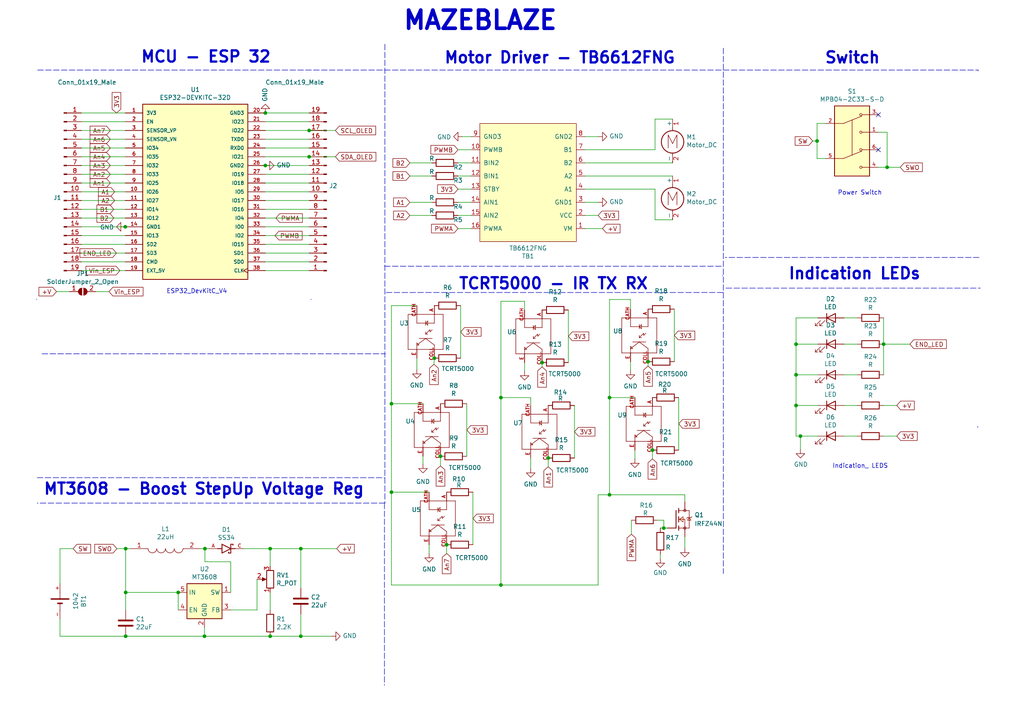
<source format=kicad_sch>
(kicad_sch (version 20211123) (generator eeschema)
  (paper "A4")
  (junction (at 36.449 184.531))
  (junction (at 89.662 37.846))
  (junction (at 51.689 171.831))
  (junction (at 87.249 184.531))
  (junction (at 59.309 184.531))
  (junction (at 176.784 115.316))
  (junction (at 78.359 159.131))
  (junction (at 59.436 159.131))
  (junction (at 76.962 32.766))
  (junction (at 230.886 99.822))
  (junction (at 176.784 143.51))
  (junction (at 236.982 40.894))
  (junction (at 113.538 117.094))
  (junction (at 256.286 99.822))
  (junction (at 127.762 132.334))
  (junction (at 192.532 153.162))
  (junction (at 113.538 142.748))
  (junction (at 189.23 130.556))
  (junction (at 157.226 105.156))
  (junction (at 257.302 48.514))
  (junction (at 230.886 108.712))
  (junction (at 76.962 48.006))
  (junction (at 78.359 184.531))
  (junction (at 145.288 115.316))
  (junction (at 36.322 65.786))
  (junction (at 230.886 117.602))
  (junction (at 89.662 45.466))
  (junction (at 36.449 159.131))
  (junction (at 187.96 104.902))
  (junction (at 36.449 171.831))
  (junction (at 159.004 132.842))
  (junction (at 129.54 157.988))
  (junction (at 232.156 126.492))
  (junction (at 125.984 103.886))
  (junction (at 87.249 159.131))
  (junction (at 145.288 169.672))
  (no_connect (at 254.762 33.274))
  (no_connect (at 254.762 43.434))
  (wire (pts (xy 230.886 117.602) (xy 230.886 126.492)))
  (wire (pts (xy 152.146 87.376) (xy 145.288 87.376)))
  (wire (pts (xy 135.382 117.094) (xy 135.382 132.334)))
  (wire (pts (xy 132.842 47.244) (xy 136.652 47.244)))
  (wire (pts (xy 23.622 45.466) (xy 36.322 45.466)))
  (wire (pts (xy 237.236 108.712) (xy 230.886 108.712)))
  (wire (pts (xy 190.754 150.876) (xy 192.532 150.876)))
  (wire (pts (xy 76.962 40.386) (xy 89.662 40.386)))
  (wire (pts (xy 33.909 159.131) (xy 36.449 159.131)))
  (wire (pts (xy 113.538 169.672) (xy 145.288 169.672)))
  (wire (pts (xy 23.622 75.946) (xy 36.322 75.946)))
  (wire (pts (xy 256.286 99.822) (xy 263.906 99.822)))
  (polyline (pts (xy 210.566 83.566) (xy 284.353 83.566)))
  (wire (pts (xy 174.752 66.294) (xy 169.672 66.294)))
  (wire (pts (xy 261.112 48.514) (xy 257.302 48.514)))
  (wire (pts (xy 157.226 106.426) (xy 157.226 105.156)))
  (wire (pts (xy 256.286 92.202) (xy 256.286 99.822)))
  (wire (pts (xy 257.302 38.354) (xy 257.302 48.514)))
  (wire (pts (xy 118.872 62.484) (xy 125.222 62.484)))
  (wire (pts (xy 166.624 117.602) (xy 166.624 132.842)))
  (wire (pts (xy 78.359 159.131) (xy 87.249 159.131)))
  (wire (pts (xy 51.689 176.911) (xy 51.689 171.831)))
  (wire (pts (xy 184.15 115.316) (xy 176.784 115.316)))
  (polyline (pts (xy 283.591 123.698) (xy 283.591 123.952)))
  (wire (pts (xy 153.924 117.602) (xy 153.924 115.316)))
  (wire (pts (xy 145.288 115.316) (xy 145.288 169.672)))
  (wire (pts (xy 191.516 153.162) (xy 192.532 153.162)))
  (wire (pts (xy 76.962 50.546) (xy 89.662 50.546)))
  (wire (pts (xy 23.622 55.626) (xy 36.322 55.626)))
  (wire (pts (xy 152.146 105.156) (xy 152.146 107.696)))
  (wire (pts (xy 125.857 105.664) (xy 125.984 103.886)))
  (wire (pts (xy 256.286 126.492) (xy 260.096 126.492)))
  (wire (pts (xy 122.682 132.334) (xy 122.682 134.62)))
  (wire (pts (xy 192.532 153.162) (xy 192.532 150.876)))
  (wire (pts (xy 27.813 84.582) (xy 31.623 84.582)))
  (wire (pts (xy 173.482 143.51) (xy 176.784 143.51)))
  (wire (pts (xy 169.672 62.484) (xy 173.482 62.484)))
  (wire (pts (xy 132.842 51.054) (xy 136.652 51.054)))
  (polyline (pts (xy 90.297 86.868) (xy 90.17 86.868)))
  (polyline (pts (xy 209.804 13.97) (xy 209.804 166.37)))
  (wire (pts (xy 189.992 34.544) (xy 195.072 34.544)))
  (wire (pts (xy 132.842 62.484) (xy 136.652 62.484)))
  (wire (pts (xy 23.622 48.006) (xy 36.322 48.006)))
  (wire (pts (xy 113.538 88.646) (xy 113.538 117.094)))
  (wire (pts (xy 196.85 115.316) (xy 196.85 130.556)))
  (wire (pts (xy 237.236 92.202) (xy 230.886 92.202)))
  (wire (pts (xy 23.622 63.246) (xy 36.322 63.246)))
  (wire (pts (xy 76.962 35.306) (xy 89.662 35.306)))
  (wire (pts (xy 195.58 89.662) (xy 195.58 104.902)))
  (wire (pts (xy 182.88 89.662) (xy 182.88 86.868)))
  (wire (pts (xy 23.622 78.486) (xy 36.322 78.486)))
  (polyline (pts (xy 10.795 138.557) (xy 111.633 138.557)))
  (wire (pts (xy 169.672 54.864) (xy 189.992 54.864)))
  (wire (pts (xy 169.672 51.054) (xy 195.072 51.054)))
  (wire (pts (xy 23.622 70.866) (xy 36.322 70.866)))
  (wire (pts (xy 76.962 73.406) (xy 89.662 73.406)))
  (wire (pts (xy 124.46 157.988) (xy 124.46 160.528)))
  (wire (pts (xy 76.962 65.786) (xy 89.662 65.786)))
  (wire (pts (xy 236.982 40.894) (xy 236.982 45.974)))
  (wire (pts (xy 256.286 117.602) (xy 260.096 117.602)))
  (wire (pts (xy 76.962 78.486) (xy 89.662 78.486)))
  (wire (pts (xy 23.622 58.166) (xy 36.322 58.166)))
  (wire (pts (xy 176.784 86.868) (xy 176.784 115.316)))
  (wire (pts (xy 120.904 88.646) (xy 113.538 88.646)))
  (wire (pts (xy 244.856 108.712) (xy 248.666 108.712)))
  (wire (pts (xy 189.992 63.754) (xy 195.072 63.754)))
  (wire (pts (xy 254.762 38.354) (xy 257.302 38.354)))
  (wire (pts (xy 183.134 150.876) (xy 183.134 154.94)))
  (wire (pts (xy 113.538 142.748) (xy 124.46 142.748)))
  (wire (pts (xy 191.516 160.782) (xy 191.516 162.052)))
  (wire (pts (xy 66.929 176.911) (xy 74.549 176.911)))
  (wire (pts (xy 169.672 58.674) (xy 173.482 58.674)))
  (wire (pts (xy 17.399 169.291) (xy 17.399 159.131)))
  (wire (pts (xy 66.929 162.941) (xy 59.436 162.941)))
  (wire (pts (xy 192.532 153.162) (xy 193.548 153.162)))
  (polyline (pts (xy 112.014 84.836) (xy 210.058 84.836)))
  (wire (pts (xy 153.924 115.316) (xy 145.288 115.316)))
  (wire (pts (xy 36.449 184.531) (xy 59.309 184.531)))
  (wire (pts (xy 59.436 159.131) (xy 60.579 159.131)))
  (wire (pts (xy 76.962 48.006) (xy 89.662 48.006)))
  (wire (pts (xy 173.482 169.672) (xy 173.482 143.51)))
  (wire (pts (xy 189.992 54.864) (xy 189.992 63.754)))
  (wire (pts (xy 184.15 130.556) (xy 184.15 133.096)))
  (wire (pts (xy 164.846 89.916) (xy 164.846 105.156)))
  (wire (pts (xy 78.359 164.211) (xy 78.359 159.131)))
  (wire (pts (xy 23.622 40.386) (xy 36.322 40.386)))
  (wire (pts (xy 23.622 42.926) (xy 36.322 42.926)))
  (wire (pts (xy 244.856 126.492) (xy 248.666 126.492)))
  (wire (pts (xy 59.309 181.991) (xy 59.309 184.531)))
  (wire (pts (xy 235.712 40.894) (xy 236.982 40.894)))
  (wire (pts (xy 132.842 54.864) (xy 136.652 54.864)))
  (wire (pts (xy 87.249 184.531) (xy 87.249 178.181)))
  (wire (pts (xy 76.962 45.466) (xy 89.662 45.466)))
  (wire (pts (xy 23.622 35.306) (xy 36.322 35.306)))
  (wire (pts (xy 176.784 115.316) (xy 176.784 143.51)))
  (wire (pts (xy 198.628 155.702) (xy 198.628 159.004)))
  (wire (pts (xy 23.622 60.706) (xy 36.322 60.706)))
  (polyline (pts (xy 12.192 102.616) (xy 111.76 102.616)))
  (wire (pts (xy 244.856 117.602) (xy 248.666 117.602)))
  (wire (pts (xy 169.672 39.624) (xy 173.482 39.624)))
  (wire (pts (xy 113.538 117.094) (xy 113.538 142.748)))
  (wire (pts (xy 239.522 35.814) (xy 236.982 35.814)))
  (wire (pts (xy 76.962 63.246) (xy 89.662 63.246)))
  (wire (pts (xy 236.982 35.814) (xy 236.982 40.894)))
  (wire (pts (xy 230.886 92.202) (xy 230.886 99.822)))
  (polyline (pts (xy 209.55 79.883) (xy 209.55 80.01)))
  (wire (pts (xy 118.872 58.674) (xy 125.222 58.674)))
  (wire (pts (xy 187.96 106.172) (xy 187.96 104.902)))
  (wire (pts (xy 113.538 142.748) (xy 113.538 169.672)))
  (wire (pts (xy 182.88 104.902) (xy 182.88 107.442)))
  (polyline (pts (xy 10.668 86.741) (xy 10.668 86.868)))
  (wire (pts (xy 76.962 53.086) (xy 89.662 53.086)))
  (wire (pts (xy 132.842 43.434) (xy 136.652 43.434)))
  (wire (pts (xy 133.604 88.646) (xy 133.604 103.886)))
  (wire (pts (xy 76.962 42.926) (xy 89.662 42.926)))
  (wire (pts (xy 137.16 142.748) (xy 137.16 157.988)))
  (wire (pts (xy 51.689 171.831) (xy 36.449 171.831)))
  (wire (pts (xy 129.54 160.528) (xy 129.54 157.988)))
  (wire (pts (xy 36.449 171.831) (xy 36.449 176.911)))
  (wire (pts (xy 244.856 99.822) (xy 248.666 99.822)))
  (wire (pts (xy 89.662 32.766) (xy 76.962 32.766)))
  (wire (pts (xy 23.622 37.846) (xy 36.322 37.846)))
  (wire (pts (xy 256.286 99.822) (xy 256.286 108.712)))
  (wire (pts (xy 232.156 126.492) (xy 237.236 126.492)))
  (polyline (pts (xy 10.922 20.32) (xy 283.718 20.32)))
  (wire (pts (xy 145.288 169.672) (xy 173.482 169.672)))
  (wire (pts (xy 78.359 171.831) (xy 78.359 176.911)))
  (wire (pts (xy 127.762 132.334) (xy 127.762 135.128)))
  (wire (pts (xy 244.856 92.202) (xy 248.666 92.202)))
  (wire (pts (xy 59.436 162.941) (xy 59.436 159.131)))
  (wire (pts (xy 74.549 176.911) (xy 74.549 168.021)))
  (wire (pts (xy 89.662 37.846) (xy 97.282 37.846)))
  (wire (pts (xy 176.784 143.51) (xy 198.628 143.51)))
  (wire (pts (xy 152.146 89.916) (xy 152.146 87.376)))
  (wire (pts (xy 17.399 179.451) (xy 17.399 184.531)))
  (polyline (pts (xy 111.506 145.923) (xy 111.506 198.755)))
  (wire (pts (xy 89.662 45.466) (xy 97.282 45.466)))
  (wire (pts (xy 230.886 108.712) (xy 230.886 117.602)))
  (wire (pts (xy 169.672 43.434) (xy 189.992 43.434)))
  (wire (pts (xy 87.249 184.531) (xy 96.139 184.531)))
  (wire (pts (xy 87.249 170.561) (xy 87.249 159.131)))
  (wire (pts (xy 70.739 159.131) (xy 78.359 159.131)))
  (wire (pts (xy 23.622 68.326) (xy 36.322 68.326)))
  (wire (pts (xy 76.962 68.326) (xy 89.662 68.326)))
  (wire (pts (xy 145.288 87.376) (xy 145.288 115.316)))
  (wire (pts (xy 120.904 103.886) (xy 120.904 107.188)))
  (wire (pts (xy 87.249 159.131) (xy 97.663 159.131)))
  (wire (pts (xy 198.628 143.51) (xy 198.628 145.542)))
  (wire (pts (xy 232.156 130.302) (xy 232.156 126.492)))
  (wire (pts (xy 159.004 135.382) (xy 159.004 132.842)))
  (wire (pts (xy 66.929 171.831) (xy 66.929 162.941)))
  (polyline (pts (xy 283.972 74.676) (xy 210.312 74.676)))
  (wire (pts (xy 76.962 60.706) (xy 89.662 60.706)))
  (wire (pts (xy 122.682 117.094) (xy 113.538 117.094)))
  (wire (pts (xy 189.992 43.434) (xy 189.992 34.544)))
  (wire (pts (xy 16.383 84.582) (xy 20.193 84.582)))
  (polyline (pts (xy 111.633 12.827) (xy 111.633 145.923)))
  (wire (pts (xy 23.622 32.766) (xy 36.322 32.766)))
  (wire (pts (xy 76.962 75.946) (xy 89.662 75.946)))
  (wire (pts (xy 76.962 58.166) (xy 89.662 58.166)))
  (wire (pts (xy 78.359 184.531) (xy 87.249 184.531)))
  (wire (pts (xy 118.872 47.244) (xy 125.222 47.244)))
  (wire (pts (xy 76.962 55.626) (xy 89.662 55.626)))
  (polyline (pts (xy 111.506 77.216) (xy 209.423 77.216)))
  (wire (pts (xy 89.662 37.846) (xy 76.962 37.846)))
  (wire (pts (xy 237.236 117.602) (xy 230.886 117.602)))
  (wire (pts (xy 23.622 50.546) (xy 36.322 50.546)))
  (wire (pts (xy 182.88 86.868) (xy 176.784 86.868)))
  (wire (pts (xy 58.166 159.131) (xy 59.436 159.131)))
  (wire (pts (xy 132.842 58.674) (xy 136.652 58.674)))
  (wire (pts (xy 169.672 47.244) (xy 195.072 47.244)))
  (wire (pts (xy 230.886 126.492) (xy 232.156 126.492)))
  (wire (pts (xy 23.622 73.406) (xy 36.322 73.406)))
  (wire (pts (xy 23.622 65.786) (xy 36.322 65.786)))
  (wire (pts (xy 59.309 184.531) (xy 78.359 184.531)))
  (wire (pts (xy 257.302 48.514) (xy 254.762 48.514)))
  (wire (pts (xy 17.399 159.131) (xy 21.209 159.131)))
  (wire (pts (xy 23.622 53.086) (xy 36.322 53.086)))
  (wire (pts (xy 230.886 99.822) (xy 230.886 108.712)))
  (polyline (pts (xy 283.718 20.32) (xy 283.718 20.574)))
  (wire (pts (xy 37.846 159.131) (xy 36.449 159.131)))
  (wire (pts (xy 237.236 99.822) (xy 230.886 99.822)))
  (polyline (pts (xy 111.633 145.923) (xy 10.795 145.923)))
  (wire (pts (xy 134.112 39.624) (xy 136.652 39.624)))
  (wire (pts (xy 36.449 159.131) (xy 36.449 171.831)))
  (wire (pts (xy 17.399 184.531) (xy 36.449 184.531)))
  (wire (pts (xy 132.842 66.294) (xy 136.652 66.294)))
  (wire (pts (xy 76.962 70.866) (xy 89.662 70.866)))
  (wire (pts (xy 236.982 45.974) (xy 239.522 45.974)))
  (wire (pts (xy 153.924 132.842) (xy 153.924 135.89)))
  (wire (pts (xy 189.23 133.096) (xy 189.23 130.556)))
  (wire (pts (xy 118.872 51.054) (xy 125.222 51.054)))
  (text "Motor Driver - TB6612FNG" (at 128.651 18.796 0) (effects (font (size 3.2512 3.2512) (thickness 0.6502) bold) (justify left bottom)))
  (text "Power Switch" (at 242.951 56.769 0) (effects (font (size 1.27 1.27)) (justify left bottom)))
  (text "ESP32_DevKitC_V4" (at 48.26 85.344 0) (effects (font (size 1.27 1.27)) (justify left bottom)))
  (text "MT3608 - Boost StepUp Voltage Reg" (at 12.446 143.891 0) (effects (font (size 3.2512 3.2512) (thickness 0.6502) bold) (justify left bottom)))
  (text "MAZEBLAZE" (at 116.586 9.144 0) (effects (font (size 5.2578 5.2578) (thickness 1.0516) bold) (justify left bottom)))
  (text "Switch\n" (at 239.014 18.796 0) (effects (font (size 3.2512 3.2512) (thickness 0.6502) bold) (justify left bottom)))
  (text "MCU - ESP 32" (at 40.64 18.542 0) (effects (font (size 3.2512 3.2512) (thickness 0.6502) bold) (justify left bottom)))
  (text "Indication_ LEDS" (at 241.427 136.017 0) (effects (font (size 1.27 1.27)) (justify left bottom)))
  (text "TCRT5000 - IR TX RX" (at 132.842 84.328 0) (effects (font (size 3.2512 3.2512) (thickness 0.6502) bold) (justify left bottom)))
  (text "Indication LEDs" (at 228.473 81.407 0) (effects (font (size 3.2512 3.2512) (thickness 0.6502) bold) (justify left bottom)))
  (global_label "3V3" (shape input) (at 33.782 32.766 90) (property "Intersheet References" "${INTERSHEET_REFS}" (effects hide)))
  (global_label "3V3" (shape input) (at 173.482 62.484 0) (property "Intersheet References" "${INTERSHEET_REFS}" (effects hide)))
  (global_label "SWO" (shape input) (at 33.909 159.131 180) (property "Intersheet References" "${INTERSHEET_REFS}" (effects hide)))
  (global_label "Vin_ESP" (shape input) (at 34.798 78.486 180) (property "Intersheet References" "${INTERSHEET_REFS}" (effects hide)))
  (global_label "B1" (shape input) (at 33.02 60.706 180) (property "Intersheet References" "${INTERSHEET_REFS}" (effects hide)))
  (global_label "A2" (shape input) (at 33.274 58.166 180) (property "Intersheet References" "${INTERSHEET_REFS}" (effects hide)))
  (global_label "SCL_OLED" (shape input) (at 97.282 37.846 0) (property "Intersheet References" "${INTERSHEET_REFS}" (effects hide)))
  (global_label "END_LED" (shape input) (at 263.906 99.822 0) (property "Intersheet References" "${INTERSHEET_REFS}" (effects hide)))
  (global_label "SW" (shape input) (at 235.712 40.894 180) (property "Intersheet References" "${INTERSHEET_REFS}" (effects hide)))
  (global_label "END_LED" (shape input) (at 33.782 73.406 180) (property "Intersheet References" "${INTERSHEET_REFS}" (effects hide)))
  (global_label "An7" (shape input) (at 129.54 160.528 270) (property "Intersheet References" "${INTERSHEET_REFS}" (effects hide)))
  (global_label "An2" (shape input) (at 125.857 105.664 270) (property "Intersheet References" "${INTERSHEET_REFS}" (effects hide)))
  (global_label "An3" (shape input) (at 127.762 135.128 270) (property "Intersheet References" "${INTERSHEET_REFS}" (effects hide)))
  (global_label "3V3" (shape input) (at 133.604 96.266 0) (property "Intersheet References" "${INTERSHEET_REFS}" (effects hide)))
  (global_label "An5" (shape input) (at 187.96 106.172 270) (property "Intersheet References" "${INTERSHEET_REFS}" (effects hide)))
  (global_label "B1" (shape input) (at 118.872 51.054 180) (property "Intersheet References" "${INTERSHEET_REFS}" (effects hide)))
  (global_label "3V3" (shape input) (at 137.16 150.368 0) (property "Intersheet References" "${INTERSHEET_REFS}" (effects hide)))
  (global_label "3V3" (shape input) (at 195.58 97.282 0) (property "Intersheet References" "${INTERSHEET_REFS}" (effects hide)))
  (global_label "A2" (shape input) (at 118.872 62.484 180) (property "Intersheet References" "${INTERSHEET_REFS}" (effects hide)))
  (global_label "3V3" (shape input) (at 132.842 54.864 180) (property "Intersheet References" "${INTERSHEET_REFS}" (effects hide)))
  (global_label "PWMA" (shape input) (at 132.842 66.294 180) (property "Intersheet References" "${INTERSHEET_REFS}" (effects hide)))
  (global_label "A1" (shape input) (at 33.274 55.626 180) (property "Intersheet References" "${INTERSHEET_REFS}" (effects hide)))
  (global_label "B2" (shape input) (at 33.02 63.246 180) (property "Intersheet References" "${INTERSHEET_REFS}" (effects hide)))
  (global_label "+V" (shape input) (at 260.096 117.602 0) (property "Intersheet References" "${INTERSHEET_REFS}" (effects hide)))
  (global_label "A1" (shape input) (at 118.872 58.674 180) (property "Intersheet References" "${INTERSHEET_REFS}" (effects hide)))
  (global_label "An3" (shape input) (at 32.004 48.006 180) (property "Intersheet References" "${INTERSHEET_REFS}" (effects hide)))
  (global_label "SW" (shape input) (at 21.209 159.131 0) (property "Intersheet References" "${INTERSHEET_REFS}" (effects hide)))
  (global_label "3V3" (shape input) (at 135.382 124.714 0) (property "Intersheet References" "${INTERSHEET_REFS}" (effects hide)))
  (global_label "An4" (shape input) (at 157.226 106.426 270) (property "Intersheet References" "${INTERSHEET_REFS}" (effects hide)))
  (global_label "B2" (shape input) (at 118.872 47.244 180) (property "Intersheet References" "${INTERSHEET_REFS}" (effects hide)))
  (global_label "An2" (shape input) (at 32.004 50.546 180) (property "Intersheet References" "${INTERSHEET_REFS}" (effects hide)))
  (global_label "An6" (shape input) (at 189.23 133.096 270) (property "Intersheet References" "${INTERSHEET_REFS}" (effects hide)))
  (global_label "Vin_ESP" (shape input) (at 31.623 84.582 0) (property "Intersheet References" "${INTERSHEET_REFS}" (effects hide)))
  (global_label "+V" (shape input) (at 97.663 159.131 0) (property "Intersheet References" "${INTERSHEET_REFS}" (effects hide)))
  (global_label "An7" (shape input) (at 32.004 37.846 180) (property "Intersheet References" "${INTERSHEET_REFS}" (effects hide)))
  (global_label "An1" (shape input) (at 32.004 53.086 180) (property "Intersheet References" "${INTERSHEET_REFS}" (effects hide)))
  (global_label "3V3" (shape input) (at 166.624 125.222 0) (property "Intersheet References" "${INTERSHEET_REFS}" (effects hide)))
  (global_label "SWO" (shape input) (at 261.112 48.514 0) (property "Intersheet References" "${INTERSHEET_REFS}" (effects hide)))
  (global_label "PWMA" (shape input) (at 80.01 63.246 0) (property "Intersheet References" "${INTERSHEET_REFS}" (effects hide)))
  (global_label "PWMB" (shape input) (at 79.756 68.326 0) (property "Intersheet References" "${INTERSHEET_REFS}" (effects hide)))
  (global_label "+V" (shape input) (at 174.752 66.294 0) (property "Intersheet References" "${INTERSHEET_REFS}" (effects hide)))
  (global_label "An5" (shape input) (at 32.004 42.926 180) (property "Intersheet References" "${INTERSHEET_REFS}" (effects hide)))
  (global_label "An6" (shape input) (at 32.004 40.386 180) (property "Intersheet References" "${INTERSHEET_REFS}" (effects hide)))
  (global_label "An4" (shape input) (at 32.004 45.466 180) (property "Intersheet References" "${INTERSHEET_REFS}" (effects hide)))
  (global_label "SDA_OLED" (shape input) (at 97.282 45.466 0) (property "Intersheet References" "${INTERSHEET_REFS}" (effects hide)))
  (global_label "3V3" (shape input) (at 260.096 126.492 0) (property "Intersheet References" "${INTERSHEET_REFS}" (effects hide)))
  (global_label "3V3" (shape input) (at 164.846 97.536 0) (property "Intersheet References" "${INTERSHEET_REFS}" (effects hide)))
  (global_label "+V" (shape input) (at 16.383 84.582 180) (property "Intersheet References" "${INTERSHEET_REFS}" (effects hide)))
  (global_label "PWMB" (shape input) (at 132.842 43.434 180) (property "Intersheet References" "${INTERSHEET_REFS}" (effects hide)))
  (global_label "An1" (shape input) (at 159.004 135.382 270) (property "Intersheet References" "${INTERSHEET_REFS}" (effects hide)))
  (global_label "3V3" (shape input) (at 196.85 122.936 0) (property "Intersheet References" "${INTERSHEET_REFS}" (effects hide)))
  (global_label "PWMA" (shape input) (at 183.134 154.94 270) (property "Intersheet References" "${INTERSHEET_REFS}" (effects hide)))
  (symbol (lib_id "Device:R") (at 131.572 117.094 270) (unit 1)
    (property "Reference" "R8" (at 131.572 111.8362 90))
    (property "Value" "R" (at 131.572 114.1476 90))
    (property "Footprint" "Resistor_SMD:R_1206_3216Metric" (effects hide))
  )
  (symbol (lib_id "Device:C") (at 87.249 174.371 0) (unit 1)
    (property "Reference" "C2" (at 90.17 173.2026 0) (effects (justify left)))
    (property "Value" "22uF" (at 90.17 175.514 0) (effects (justify left)))
    (property "Footprint" "Capacitor_SMD:C_0805_2012Metric" (effects hide))
  )
  (symbol (lib_id "power:GND") (at 122.682 134.62 0) (unit 1)
    (property "Reference" "#PWR06" (effects hide))
    (property "Value" "GND" (at 122.682 139.7 0))
  )
  (symbol (lib_id "Meshmerize-rescue:TCRT5000-TCRT5000") (at 156.464 125.222 270) (unit 1)
    (property "Reference" "U7" (at 148.844 122.682 90) (effects (justify left)))
    (property "Value" "TCRT5000" (at 161.29 136.398 90) (effects (justify left)))
    (property "Footprint" "TCRT5000:OPTO_TCRT5000" (effects hide))
    (property "PARTREV" "1.7" (effects hide))
    (property "MAXIMUM_PACKAGE_HEIGHT" "7.2mm" (effects hide))
    (property "MANUFACTURER" "Vishay" (effects hide))
    (property "STANDARD" "Manufacturer recommendations" (effects hide))
  )
  (symbol (lib_id "power:GND") (at 198.628 159.004 0) (unit 1)
    (property "Reference" "#PWR016" (effects hide))
    (property "Value" "GND" (at 198.628 163.576 0))
  )
  (symbol (lib_id "power:GND") (at 36.322 65.786 270) (unit 1)
    (property "Reference" "#PWR01" (effects hide))
    (property "Value" "GND" (at 33.0708 65.913 90) (effects (justify right)))
  )
  (symbol (lib_id "CDRH104RNP-220NC:CDRH104RNP-220NC") (at 37.846 159.131 0) (unit 1)
    (property "Reference" "L1" (at 48.006 153.416 0))
    (property "Value" "22uH" (at 48.006 155.7274 0))
    (property "Footprint" "CDRH104RNP-220NC:INDPM102100X400N" (effects hide))
    (property "Datasheet" "http://products.sumida.com/products/pdf/CDRH104R.pdf" (effects hide))
    (property "Description" "Fixed Inductors 22uH 2.5A" (effects hide))
    (property "Height" "4" (effects hide))
    (property "Manufacturer_Name" "Sumida" (effects hide))
    (property "Manufacturer_Part_Number" "CDRH104RNP-220NC" (effects hide))
    (property "Mouser Part Number" "851-CDRH104RNP-220NC" (effects hide))
    (property "Mouser Price/Stock" "https://www.mouser.co.uk/ProductDetail/Sumida/CDRH104RNP-220NC?qs=iXFGfj0UVr7lF4yqUlpBKQ%3D%3D" (effects hide))
    (property "Arrow Part Number" "CDRH104RNP-220NC" (effects hide))
    (property "Arrow Price/Stock" "https://www.arrow.com/en/products/cdrh104rnp-220nc/sumida" (effects hide))
  )
  (symbol (lib_id "Device:R") (at 252.476 126.492 270) (unit 1)
    (property "Reference" "R26" (at 252.476 121.2342 90))
    (property "Value" "R" (at 252.476 123.5456 90))
    (property "Footprint" "Resistor_SMD:R_1206_3216Metric" (effects hide))
  )
  (symbol (lib_id "Device:R") (at 252.476 108.712 270) (unit 1)
    (property "Reference" "R24" (at 252.476 103.4542 90))
    (property "Value" "R" (at 252.476 105.7656 90))
    (property "Footprint" "Resistor_SMD:R_1206_3216Metric" (effects hide))
  )
  (symbol (lib_id "Device:R") (at 191.77 89.662 270) (unit 1)
    (property "Reference" "R18" (at 191.77 84.4042 90))
    (property "Value" "R" (at 191.77 86.7156 90))
    (property "Footprint" "Resistor_SMD:R_1206_3216Metric" (effects hide))
  )
  (symbol (lib_id "power:GND") (at 76.962 32.766 180) (unit 1)
    (property "Reference" "#PWR02" (effects hide))
    (property "Value" "GND" (at 76.835 29.5148 90) (effects (justify right)))
  )
  (symbol (lib_id "Motor:Motor_DC") (at 195.072 39.624 0) (unit 1)
    (property "Reference" "M1" (at 199.0852 39.7256 0) (effects (justify left)))
    (property "Value" "Motor_DC" (at 199.0852 42.037 0) (effects (justify left)))
    (property "Footprint" "1042:N20_Motor" (effects hide))
  )
  (symbol (lib_id "power:GND") (at 173.482 39.624 90) (unit 1)
    (property "Reference" "#PWR011" (effects hide))
    (property "Value" "GND" (at 176.7332 39.497 90) (effects (justify right)))
  )
  (symbol (lib_id "Device:R") (at 129.032 62.484 270) (unit 1)
    (property "Reference" "R5" (at 132.842 63.754 90))
    (property "Value" "R" (at 125.222 61.214 90))
    (property "Footprint" "Resistor_SMD:R_1206_3216Metric" (effects hide))
  )
  (symbol (lib_id "Device:R") (at 252.476 99.822 270) (unit 1)
    (property "Reference" "R23" (at 252.476 94.5642 90))
    (property "Value" "R" (at 252.476 96.8756 90))
    (property "Footprint" "Resistor_SMD:R_1206_3216Metric" (effects hide))
  )
  (symbol (lib_id "power:GND") (at 76.962 48.006 90) (unit 1)
    (property "Reference" "#PWR03" (effects hide))
    (property "Value" "GND" (at 80.2132 47.879 90) (effects (justify right)))
  )
  (symbol (lib_id "ESP32-S3-DEVKITC-1-N8R2:ESP32-S3-DEVKITC-1-N8R2") (at 363.474 65.786 0) (unit 1)
    (property "Reference" "U11" (at 363.474 27.94 0))
    (property "Value" "ESP32-S3-DEVKITC-1-N8R2" (at 363.474 30.48 0))
    (property "STANDARD" "Manufacturer Recommendations" (effects hide))
    (property "PARTREV" "V1" (effects hide))
    (property "MANUFACTURER" "Espressif" (effects hide))
  )
  (symbol (lib_id "Device:R") (at 131.572 132.334 270) (unit 1)
    (property "Reference" "R9" (at 131.572 127.0762 90))
    (property "Value" "R" (at 131.572 129.3876 90))
    (property "Footprint" "Resistor_SMD:R_1206_3216Metric" (effects hide))
  )
  (symbol (lib_id "Device:R") (at 186.944 150.876 90) (unit 1)
    (property "Reference" "R16" (at 187.452 146.558 90))
    (property "Value" "R" (at 187.198 148.844 90))
  )
  (symbol (lib_id "Device:R") (at 252.476 92.202 90) (unit 1)
    (property "Reference" "R22" (at 252.476 86.9442 90))
    (property "Value" "R" (at 252.476 89.2556 90))
    (property "Footprint" "Resistor_SMD:R_1206_3216Metric" (effects hide))
  )
  (symbol (lib_id "Device:R") (at 129.032 47.244 270) (unit 1)
    (property "Reference" "R2" (at 132.842 48.514 90))
    (property "Value" "R" (at 125.222 45.974 90))
    (property "Footprint" "Resistor_SMD:R_1206_3216Metric" (effects hide))
  )
  (symbol (lib_id "Meshmerize-rescue:R_POT-Device") (at 78.359 168.021 180) (unit 1)
    (property "Reference" "RV1" (at 80.137 166.8526 0) (effects (justify right)))
    (property "Value" "R_POT" (at 80.137 169.164 0) (effects (justify right)))
    (property "Footprint" "3296W-1-202LF:TRIM_3296W-1-202LF" (effects hide))
  )
  (symbol (lib_id "Device:R") (at 133.35 142.748 270) (unit 1)
    (property "Reference" "R10" (at 133.096 138.938 90))
    (property "Value" "R" (at 133.096 140.716 90))
    (property "Footprint" "Resistor_SMD:R_1206_3216Metric" (effects hide))
  )
  (symbol (lib_id "power:GND") (at 232.156 130.302 0) (unit 1)
    (property "Reference" "#PWR017" (effects hide))
    (property "Value" "GND" (at 232.283 134.6962 0))
  )
  (symbol (lib_id "Device:R") (at 129.794 103.886 270) (unit 1)
    (property "Reference" "R7" (at 129.794 98.6282 90))
    (property "Value" "R" (at 129.794 100.9396 90))
    (property "Footprint" "Resistor_SMD:R_1206_3216Metric" (effects hide))
  )
  (symbol (lib_id "power:GND") (at 182.88 107.442 0) (unit 1)
    (property "Reference" "#PWR013" (effects hide))
    (property "Value" "GND" (at 182.88 112.014 0))
  )
  (symbol (lib_id "Device:R") (at 78.359 180.721 0) (unit 1)
    (property "Reference" "R1" (at 80.137 179.5526 0) (effects (justify left)))
    (property "Value" "2.2K" (at 80.137 181.864 0) (effects (justify left)))
    (property "Footprint" "Resistor_SMD:R_1206_3216Metric" (effects hide))
  )
  (symbol (lib_id "power:GND") (at 152.146 107.696 0) (unit 1)
    (property "Reference" "#PWR09" (effects hide))
    (property "Value" "GND" (at 152.146 112.268 0))
  )
  (symbol (lib_id "power:GND") (at 124.46 160.528 0) (unit 1)
    (property "Reference" "#PWR07" (effects hide))
    (property "Value" "GND" (at 124.46 165.1 0))
  )
  (symbol (lib_id "Device:LED") (at 241.046 92.202 0) (unit 1)
    (property "Reference" "D2" (at 240.8682 86.6902 0))
    (property "Value" "LED" (at 240.8682 89.0016 0))
    (property "Footprint" "LED_SMD:LED_1206_3216Metric" (effects hide))
  )
  (symbol (lib_id "Motor:Motor_DC") (at 195.072 56.134 0) (unit 1)
    (property "Reference" "M2" (at 199.0852 56.2356 0) (effects (justify left)))
    (property "Value" "Motor_DC" (at 199.0852 58.547 0) (effects (justify left)))
    (property "Footprint" "1042:N20_Motor" (effects hide))
  )
  (symbol (lib_id "Device:LED") (at 241.046 108.712 0) (unit 1)
    (property "Reference" "D4" (at 240.8682 103.2002 0))
    (property "Value" "LED" (at 240.8682 105.5116 0))
    (property "Footprint" "LED_SMD:LED_1206_3216Metric" (effects hide))
  )
  (symbol (lib_id "Meshmerize-rescue:TCRT5000-TCRT5000") (at 123.444 96.266 270) (unit 1)
    (property "Reference" "U3" (at 115.824 93.726 90) (effects (justify left)))
    (property "Value" "TCRT5000" (at 128.016 106.934 90) (effects (justify left)))
    (property "Footprint" "TCRT5000:OPTO_TCRT5000" (effects hide))
    (property "PARTREV" "1.7" (effects hide))
    (property "MAXIMUM_PACKAGE_HEIGHT" "7.2mm" (effects hide))
    (property "MANUFACTURER" "Vishay" (effects hide))
    (property "STANDARD" "Manufacturer recommendations" (effects hide))
  )
  (symbol (lib_id "Device:R") (at 133.35 157.988 270) (unit 1)
    (property "Reference" "R11" (at 133.35 152.7302 90))
    (property "Value" "R" (at 133.35 155.0416 90))
    (property "Footprint" "Resistor_SMD:R_1206_3216Metric" (effects hide))
  )
  (symbol (lib_id "IRFZ44N:IRFZ44N") (at 196.088 150.622 0) (unit 1)
    (property "Reference" "Q1" (at 201.422 149.3519 0) (effects (justify left)))
    (property "Value" "IRFZ44N" (at 201.422 151.8919 0) (effects (justify left)))
    (property "SNAPEDA_PN" "IRFZ44N" (effects hide))
    (property "MAXIMUM_PACKAGE_HEIGHT" "22.86 mm" (effects hide))
    (property "PARTREV" "09/21/10" (effects hide))
    (property "MANUFACTURER" "Infineon" (effects hide))
    (property "STANDARD" "IPC 7351B" (effects hide))
  )
  (symbol (lib_id "Meshmerize-rescue:TCRT5000-TCRT5000") (at 186.69 122.936 270) (unit 1)
    (property "Reference" "U9" (at 179.07 120.396 90) (effects (justify left)))
    (property "Value" "TCRT5000" (at 191.516 134.366 90) (effects (justify left)))
    (property "Footprint" "TCRT5000:OPTO_TCRT5000" (effects hide))
    (property "PARTREV" "1.7" (effects hide))
    (property "MAXIMUM_PACKAGE_HEIGHT" "7.2mm" (effects hide))
    (property "MANUFACTURER" "Vishay" (effects hide))
    (property "STANDARD" "Manufacturer recommendations" (effects hide))
  )
  (symbol (lib_id "Device:R") (at 162.814 117.602 270) (unit 1)
    (property "Reference" "R14" (at 162.56 113.792 90))
    (property "Value" "R" (at 162.56 115.57 90))
    (property "Footprint" "Resistor_SMD:R_1206_3216Metric" (effects hide))
  )
  (symbol (lib_id "Device:R") (at 161.036 89.916 270) (unit 1)
    (property "Reference" "R12" (at 161.036 84.6582 90))
    (property "Value" "R" (at 161.036 86.9696 90))
    (property "Footprint" "Resistor_SMD:R_1206_3216Metric" (effects hide))
  )
  (symbol (lib_id "Meshmerize-rescue:MPB04-2C33-S-D-MPB04-2C33-S-D") (at 247.142 40.894 0) (unit 1)
    (property "Reference" "S1" (at 247.142 26.4922 0))
    (property "Value" "MPB04-2C33-S-D" (at 247.142 28.8036 0))
    (property "Footprint" "MPB04-2C33-S-D:SW_MPB04-2C33-S-D" (effects hide))
    (property "MANUFACTURER" "CUI Devices" (effects hide))
    (property "PARTREV" "1.0" (effects hide))
    (property "STANDARD" "Manufacturer recommendations" (effects hide))
    (property "MAXIMUM_PACKAGE_HEIGHT" "16.4mm" (effects hide))
  )
  (symbol (lib_id "Meshmerize-rescue:TCRT5000-TCRT5000") (at 127 150.368 270) (unit 1)
    (property "Reference" "U5" (at 119.38 147.828 90) (effects (justify left)))
    (property "Value" "TCRT5000" (at 132.08 161.798 90) (effects (justify left)))
    (property "Footprint" "TCRT5000:OPTO_TCRT5000" (effects hide))
    (property "PARTREV" "1.7" (effects hide))
    (property "MAXIMUM_PACKAGE_HEIGHT" "7.2mm" (effects hide))
    (property "MANUFACTURER" "Vishay" (effects hide))
    (property "STANDARD" "Manufacturer recommendations" (effects hide))
  )
  (symbol (lib_id "Meshmerize-rescue:MT3608-Regulator_Switching") (at 59.309 174.371 0) (unit 1)
    (property "Reference" "U2" (at 59.309 165.0492 0))
    (property "Value" "MT3608" (at 59.309 167.3606 0))
    (property "Footprint" "Package_TO_SOT_SMD:SOT-23-6" (effects hide))
    (property "Datasheet" "https://www.olimex.com/Products/Breadboarding/BB-PWR-3608/resources/MT3608.pdf" (effects hide))
  )
  (symbol (lib_id "Device:R") (at 161.036 105.156 270) (unit 1)
    (property "Reference" "R13" (at 161.036 99.8982 90))
    (property "Value" "R" (at 161.036 102.2096 90))
    (property "Footprint" "Resistor_SMD:R_1206_3216Metric" (effects hide))
  )
  (symbol (lib_id "power:GND") (at 191.516 162.052 0) (unit 1)
    (property "Reference" "#PWR015" (effects hide))
    (property "Value" "GND" (at 191.516 166.116 0))
  )
  (symbol (lib_id "power:GND") (at 120.904 107.188 0) (unit 1)
    (property "Reference" "#PWR05" (effects hide))
    (property "Value" "GND" (at 120.904 111.76 0))
  )
  (symbol (lib_id "Device:R") (at 129.032 51.054 270) (unit 1)
    (property "Reference" "R3" (at 132.842 52.324 90))
    (property "Value" "R" (at 125.222 49.784 90))
    (property "Footprint" "Resistor_SMD:R_1206_3216Metric" (effects hide))
  )
  (symbol (lib_id "Meshmerize-rescue:TCRT5000-TCRT5000") (at 125.222 124.714 270) (unit 1)
    (property "Reference" "U4" (at 117.602 122.174 90) (effects (justify left)))
    (property "Value" "TCRT5000" (at 130.048 135.636 90) (effects (justify left)))
    (property "Footprint" "TCRT5000:OPTO_TCRT5000" (effects hide))
    (property "PARTREV" "1.7" (effects hide))
    (property "MAXIMUM_PACKAGE_HEIGHT" "7.2mm" (effects hide))
    (property "MANUFACTURER" "Vishay" (effects hide))
    (property "STANDARD" "Manufacturer recommendations" (effects hide))
  )
  (symbol (lib_id "Device:C") (at 36.449 180.721 0) (unit 1)
    (property "Reference" "C1" (at 39.37 179.5526 0) (effects (justify left)))
    (property "Value" "22uF" (at 39.37 181.864 0) (effects (justify left)))
    (property "Footprint" "Capacitor_SMD:C_0805_2012Metric" (effects hide))
  )
  (symbol (lib_id "Connector:Conn_01x19_Male") (at 18.542 55.626 0) (unit 1)
    (property "Reference" "J1" (at 17.8308 57.3532 0) (effects (justify right)))
    (property "Value" "Conn_01x19_Male" (at 33.782 23.876 0) (effects (justify right)))
    (property "Footprint" "Connector_PinHeader_2.54mm:PinHeader_1x19_P2.54mm_Vertical" (effects hide))
  )
  (symbol (lib_id "Device:LED") (at 241.046 117.602 0) (unit 1)
    (property "Reference" "D5" (at 240.8682 112.0902 0))
    (property "Value" "LED" (at 240.8682 114.4016 0))
    (property "Footprint" "LED_SMD:LED_1206_3216Metric" (effects hide))
  )
  (symbol (lib_id "Device:LED") (at 241.046 126.492 0) (unit 1)
    (property "Reference" "D6" (at 240.8682 120.9802 0))
    (property "Value" "LED" (at 240.8682 123.2916 0))
    (property "Footprint" "LED_SMD:LED_1206_3216Metric" (effects hide))
  )
  (symbol (lib_id "Meshmerize-rescue:TCRT5000-TCRT5000") (at 154.686 97.536 270) (unit 1)
    (property "Reference" "U6" (at 147.066 96.266 90) (effects (justify left)))
    (property "Value" "TCRT5000" (at 159.004 108.458 90) (effects (justify left)))
    (property "Footprint" "TCRT5000:OPTO_TCRT5000" (effects hide))
    (property "PARTREV" "1.7" (effects hide))
    (property "MAXIMUM_PACKAGE_HEIGHT" "7.2mm" (effects hide))
    (property "MANUFACTURER" "Vishay" (effects hide))
    (property "STANDARD" "Manufacturer recommendations" (effects hide))
  )
  (symbol (lib_id "power:GND") (at 173.482 58.674 90) (unit 1)
    (property "Reference" "#PWR012" (effects hide))
    (property "Value" "GND" (at 176.7332 58.547 90) (effects (justify right)))
  )
  (symbol (lib_id "Device:R") (at 193.04 115.316 270) (unit 1)
    (property "Reference" "R20" (at 192.786 111.506 90))
    (property "Value" "R" (at 192.786 113.284 90))
    (property "Footprint" "Resistor_SMD:R_1206_3216Metric" (effects hide))
  )
  (symbol (lib_id "Meshmerize-rescue:SS34-SS34") (at 65.659 159.131 0) (unit 1)
    (property "Reference" "D1" (at 65.659 153.6192 0))
    (property "Value" "SS34" (at 65.659 155.9306 0))
    (property "Footprint" "SS34:DIOM7959X265N" (effects hide))
    (property "MANUFACTURER" "On Semiconductor" (effects hide))
    (property "PARTREV" "31 Aug 2016" (effects hide))
    (property "STANDARD" "IPC-7351B" (effects hide))
    (property "SNAPEDA_PACKAGE_ID" "36301" (effects hide))
    (property "MAXIMUM_PACKAGE_HEIGHT" "2.65mm" (effects hide))
  )
  (symbol (lib_id "Device:R") (at 129.794 88.646 270) (unit 1)
    (property "Reference" "R6" (at 129.794 83.3882 90))
    (property "Value" "R" (at 129.794 85.6996 90))
    (property "Footprint" "Resistor_SMD:R_1206_3216Metric" (effects hide))
  )
  (symbol (lib_id "Meshmerize-rescue:ESP32-DEVKITC-32D-ESP32-DEVKITC-32D") (at 56.642 55.626 0) (unit 1)
    (property "Reference" "U1" (at 56.642 25.9842 0))
    (property "Value" "ESP32-DEVKITC-32D" (at 56.642 28.2956 0))
    (property "Footprint" "esp32_DEVKITC-32D:MODULE_ESP32-DEVKITC-32D" (effects hide))
    (property "PARTREV" "4" (effects hide))
    (property "MANUFACTURER" "Espressif Systems" (effects hide))
  )
  (symbol (lib_id "power:GND") (at 134.112 39.624 270) (unit 1)
    (property "Reference" "#PWR08" (effects hide))
    (property "Value" "GND" (at 130.8608 39.751 90) (effects (justify right)))
  )
  (symbol (lib_id "Device:R") (at 193.04 130.556 270) (unit 1)
    (property "Reference" "R21" (at 193.04 125.2982 90))
    (property "Value" "R" (at 193.04 127.6096 90))
    (property "Footprint" "Resistor_SMD:R_1206_3216Metric" (effects hide))
  )
  (symbol (lib_id "Device:R") (at 191.77 104.902 270) (unit 1)
    (property "Reference" "R19" (at 191.77 99.6442 90))
    (property "Value" "R" (at 191.77 101.9556 90))
    (property "Footprint" "Resistor_SMD:R_1206_3216Metric" (effects hide))
  )
  (symbol (lib_id "Device:LED") (at 241.046 99.822 0) (unit 1)
    (property "Reference" "D3" (at 240.8682 94.3102 0))
    (property "Value" "LED" (at 240.8682 96.6216 0))
    (property "Footprint" "LED_SMD:LED_1206_3216Metric" (effects hide))
  )
  (symbol (lib_id "Connector:Conn_01x19_Male") (at 94.742 55.626 180) (unit 1)
    (property "Reference" "J2" (at 95.4532 53.8988 0) (effects (justify right)))
    (property "Value" "Conn_01x19_Male" (at 76.962 23.876 0) (effects (justify right)))
    (property "Footprint" "Connector_PinHeader_2.54mm:PinHeader_1x19_P2.54mm_Vertical" (effects hide))
  )
  (symbol (lib_id "power:GND") (at 184.15 133.096 0) (unit 1)
    (property "Reference" "#PWR014" (effects hide))
    (property "Value" "GND" (at 184.15 137.668 0))
  )
  (symbol (lib_id "Meshmerize-rescue:1042-1042") (at 17.399 174.371 90) (unit 1)
    (property "Reference" "BT1" (at 24.257 174.371 0))
    (property "Value" "1042" (at 21.9456 174.371 0))
    (property "Footprint" "1042:BAT_1042" (effects hide))
    (property "MANUFACTURER" "KEYSTONE" (effects hide))
  )
  (symbol (lib_id "ESP32S3WROOM1N8R8:ESP32S3WROOM1N8R8") (at 318.262 70.104 0) (unit 1)
    (property "Reference" "U10" (at 318.262 32.004 0))
    (property "Value" "ESP32S3WROOM1N8R8" (at 318.262 34.544 0))
    (property "STANDARD" "Manufacturer Recommendations" (effects hide))
    (property "MAXIMUM_PACKAGE_HEIGHT" "3.25mm" (effects hide))
    (property "MANUFACTURER" "Espressif" (effects hide))
    (property "PARTREV" "v1.0" (effects hide))
  )
  (symbol (lib_id "Device:R") (at 129.032 58.674 270) (unit 1)
    (property "Reference" "R4" (at 132.842 59.944 90))
    (property "Value" "R" (at 125.222 57.404 90))
    (property "Footprint" "Resistor_SMD:R_1206_3216Metric" (effects hide))
  )
  (symbol (lib_id "Device:R") (at 162.814 132.842 270) (unit 1)
    (property "Reference" "R15" (at 162.814 127.5842 90))
    (property "Value" "R" (at 162.814 129.8956 90))
    (property "Footprint" "Resistor_SMD:R_1206_3216Metric" (effects hide))
  )
  (symbol (lib_id "power:GND") (at 96.139 184.531 90) (unit 1)
    (property "Reference" "#PWR04" (effects hide))
    (property "Value" "GND" (at 99.3902 184.404 90) (effects (justify right)))
  )
  (symbol (lib_id "Meshmerize-rescue:TCRT5000-TCRT5000") (at 185.42 97.282 270) (unit 1)
    (property "Reference" "U8" (at 177.8 96.012 90) (effects (justify left)))
    (property "Value" "TCRT5000" (at 189.992 108.458 90) (effects (justify left)))
    (property "Footprint" "TCRT5000:OPTO_TCRT5000" (effects hide))
    (property "PARTREV" "1.7" (effects hide))
    (property "MAXIMUM_PACKAGE_HEIGHT" "7.2mm" (effects hide))
    (property "MANUFACTURER" "Vishay" (effects hide))
    (property "STANDARD" "Manufacturer recommendations" (effects hide))
  )
  (symbol (lib_id "Meshmerize:TB6612FNG") (at 153.162 52.324 180) (unit 1)
    (property "Reference" "TB1" (at 153.162 74.295 0))
    (property "Value" "TB6612FNG" (at 153.162 71.9836 0))
    (property "Footprint" "1042:TB6612FNG" (effects hide))
  )
  (symbol (lib_id "Device:R") (at 252.476 117.602 90) (unit 1)
    (property "Reference" "R25" (at 252.476 112.3442 90))
    (property "Value" "R" (at 252.476 114.6556 90))
    (property "Footprint" "Resistor_SMD:R_1206_3216Metric" (effects hide))
  )
  (symbol (lib_id "Jumper:SolderJumper_2_Open") (at 24.003 84.582 0) (unit 1)
    (property "Reference" "JP1" (at 24.003 79.375 0))
    (property "Value" "SolderJumper_2_Open" (at 24.003 81.6864 0))
    (property "Footprint" "Jumper:SolderJumper-2_P1.3mm_Open_Pad1.0x1.5mm" (effects hide))
  )
  (symbol (lib_id "Device:R") (at 191.516 156.972 180) (unit 1)
    (property "Reference" "R17" (at 193.04 155.956 0) (effects (justify right)))
    (property "Value" "R" (at 193.04 158.75 0) (effects (justify right)))
  )
  (symbol (lib_id "power:GND") (at 153.924 135.89 0) (unit 1)
    (property "Reference" "#PWR010" (effects hide))
    (property "Value" "GND" (at 153.924 140.462 0))
  )
)
</source>
